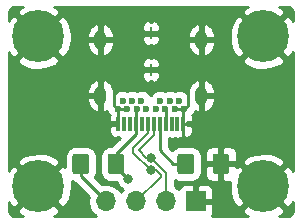
<source format=gtl>
%TF.GenerationSoftware,KiCad,Pcbnew,5.1.6*%
%TF.CreationDate,2020-09-10T19:59:46+02:00*%
%TF.ProjectId,usbc-breakout,75736263-2d62-4726-9561-6b6f75742e6b,rev?*%
%TF.SameCoordinates,Original*%
%TF.FileFunction,Copper,L1,Top*%
%TF.FilePolarity,Positive*%
%FSLAX46Y46*%
G04 Gerber Fmt 4.6, Leading zero omitted, Abs format (unit mm)*
G04 Created by KiCad (PCBNEW 5.1.6) date 2020-09-10 19:59:46*
%MOMM*%
%LPD*%
G01*
G04 APERTURE LIST*
%TA.AperFunction,SMDPad,CuDef*%
%ADD10R,0.300000X1.200000*%
%TD*%
%TA.AperFunction,ComponentPad*%
%ADD11O,1.000000X1.600000*%
%TD*%
%TA.AperFunction,SMDPad,CuDef*%
%ADD12R,0.200000X1.000000*%
%TD*%
%TA.AperFunction,ComponentPad*%
%ADD13C,0.600000*%
%TD*%
%TA.AperFunction,ComponentPad*%
%ADD14C,0.700000*%
%TD*%
%TA.AperFunction,ComponentPad*%
%ADD15C,4.400000*%
%TD*%
%TA.AperFunction,ComponentPad*%
%ADD16O,1.700000X1.700000*%
%TD*%
%TA.AperFunction,ComponentPad*%
%ADD17R,1.700000X1.700000*%
%TD*%
%TA.AperFunction,ViaPad*%
%ADD18C,0.800000*%
%TD*%
%TA.AperFunction,Conductor*%
%ADD19C,0.250000*%
%TD*%
%TA.AperFunction,Conductor*%
%ADD20C,0.200000*%
%TD*%
%TA.AperFunction,Conductor*%
%ADD21C,0.254000*%
%TD*%
G04 APERTURE END LIST*
D10*
%TO.P,J2,A12*%
%TO.N,GND*%
X60750000Y-74080000D03*
%TO.P,J2,A11*%
%TO.N,Net-(J2-PadA11)*%
X61250000Y-74080000D03*
%TO.P,J2,A10*%
%TO.N,Net-(J2-PadA10)*%
X61750000Y-74080000D03*
%TO.P,J2,A9*%
%TO.N,Net-(F1-Pad2)*%
X62250000Y-74080000D03*
%TO.P,J2,A8*%
%TO.N,Net-(J2-PadA8)*%
X62750000Y-74080000D03*
%TO.P,J2,A7*%
%TO.N,D-*%
X63250000Y-74080000D03*
%TO.P,J2,A6*%
%TO.N,D+*%
X63750000Y-74080000D03*
%TO.P,J2,A5*%
%TO.N,Net-(J2-PadA5)*%
X64250000Y-74080000D03*
%TO.P,J2,A4*%
%TO.N,Net-(F1-Pad2)*%
X64750000Y-74080000D03*
%TO.P,J2,A3*%
%TO.N,Net-(J2-PadA3)*%
X65250000Y-74080000D03*
%TO.P,J2,A2*%
%TO.N,Net-(J2-PadA2)*%
X65750000Y-74080000D03*
%TO.P,J2,A1*%
%TO.N,GND*%
X66250000Y-74080000D03*
D11*
%TO.P,J2,S1*%
X59230000Y-66950000D03*
X67770000Y-66950000D03*
X67770000Y-71680000D03*
X59230000Y-71680000D03*
D12*
X63500000Y-66400000D03*
X63500000Y-69500000D03*
D13*
%TO.P,J2,B6*%
%TO.N,D+*%
X63100000Y-72830000D03*
%TO.P,J2,B7*%
%TO.N,D-*%
X63900000Y-72830000D03*
%TO.P,J2,B4*%
%TO.N,Net-(F1-Pad2)*%
X62300000Y-72830000D03*
%TO.P,J2,B9*%
X64700000Y-72830000D03*
%TO.P,J2,S1*%
%TO.N,GND*%
X61500000Y-72830000D03*
X65500000Y-72830000D03*
%TO.P,J2,B1*%
X60700000Y-72830000D03*
%TO.P,J2,B10*%
%TO.N,Net-(J2-PadB10)*%
X65100000Y-72120000D03*
%TO.P,J2,B3*%
%TO.N,Net-(J2-PadB3)*%
X61900000Y-72120000D03*
%TO.P,J2,B8*%
%TO.N,Net-(J2-PadB8)*%
X64300000Y-72120000D03*
%TO.P,J2,B5*%
%TO.N,Net-(J2-PadB5)*%
X62700000Y-72120000D03*
%TO.P,J2,B12*%
%TO.N,GND*%
X66300000Y-72830000D03*
%TO.P,J2,B2*%
%TO.N,Net-(J2-PadB2)*%
X61100000Y-72120000D03*
%TO.P,J2,B11*%
%TO.N,Net-(J2-PadB11)*%
X65900000Y-72120000D03*
%TD*%
D14*
%TO.P,REF\u002A\u002A,1*%
%TO.N,GND*%
X74191726Y-78208274D03*
X73025000Y-77725000D03*
X71858274Y-78208274D03*
X71375000Y-79375000D03*
X71858274Y-80541726D03*
X73025000Y-81025000D03*
X74191726Y-80541726D03*
X74675000Y-79375000D03*
D15*
X73025000Y-79375000D03*
%TD*%
D14*
%TO.P,REF\u002A\u002A,1*%
%TO.N,GND*%
X55141726Y-78208274D03*
X53975000Y-77725000D03*
X52808274Y-78208274D03*
X52325000Y-79375000D03*
X52808274Y-80541726D03*
X53975000Y-81025000D03*
X55141726Y-80541726D03*
X55625000Y-79375000D03*
D15*
X53975000Y-79375000D03*
%TD*%
D14*
%TO.P,REF\u002A\u002A,1*%
%TO.N,GND*%
X74191726Y-65508274D03*
X73025000Y-65025000D03*
X71858274Y-65508274D03*
X71375000Y-66675000D03*
X71858274Y-67841726D03*
X73025000Y-68325000D03*
X74191726Y-67841726D03*
X74675000Y-66675000D03*
D15*
X73025000Y-66675000D03*
%TD*%
%TO.P,REF\u002A\u002A,1*%
%TO.N,GND*%
X53975000Y-66675000D03*
D14*
X55625000Y-66675000D03*
X55141726Y-67841726D03*
X53975000Y-68325000D03*
X52808274Y-67841726D03*
X52325000Y-66675000D03*
X52808274Y-65508274D03*
X53975000Y-65025000D03*
X55141726Y-65508274D03*
%TD*%
%TO.P,R1,1*%
%TO.N,Net-(J2-PadA5)*%
%TA.AperFunction,SMDPad,CuDef*%
G36*
G01*
X65745000Y-78095000D02*
X65745000Y-76845000D01*
G75*
G02*
X65995000Y-76595000I250000J0D01*
G01*
X66920000Y-76595000D01*
G75*
G02*
X67170000Y-76845000I0J-250000D01*
G01*
X67170000Y-78095000D01*
G75*
G02*
X66920000Y-78345000I-250000J0D01*
G01*
X65995000Y-78345000D01*
G75*
G02*
X65745000Y-78095000I0J250000D01*
G01*
G37*
%TD.AperFunction*%
%TO.P,R1,2*%
%TO.N,GND*%
%TA.AperFunction,SMDPad,CuDef*%
G36*
G01*
X68720000Y-78095000D02*
X68720000Y-76845000D01*
G75*
G02*
X68970000Y-76595000I250000J0D01*
G01*
X69895000Y-76595000D01*
G75*
G02*
X70145000Y-76845000I0J-250000D01*
G01*
X70145000Y-78095000D01*
G75*
G02*
X69895000Y-78345000I-250000J0D01*
G01*
X68970000Y-78345000D01*
G75*
G02*
X68720000Y-78095000I0J250000D01*
G01*
G37*
%TD.AperFunction*%
%TD*%
D16*
%TO.P,J1,4*%
%TO.N,+5V*%
X59690000Y-80645000D03*
%TO.P,J1,3*%
%TO.N,D-*%
X62230000Y-80645000D03*
%TO.P,J1,2*%
%TO.N,D+*%
X64770000Y-80645000D03*
D17*
%TO.P,J1,1*%
%TO.N,GND*%
X67310000Y-80645000D03*
%TD*%
%TO.P,F1,1*%
%TO.N,+5V*%
%TA.AperFunction,SMDPad,CuDef*%
G36*
G01*
X56855000Y-78095000D02*
X56855000Y-76845000D01*
G75*
G02*
X57105000Y-76595000I250000J0D01*
G01*
X58030000Y-76595000D01*
G75*
G02*
X58280000Y-76845000I0J-250000D01*
G01*
X58280000Y-78095000D01*
G75*
G02*
X58030000Y-78345000I-250000J0D01*
G01*
X57105000Y-78345000D01*
G75*
G02*
X56855000Y-78095000I0J250000D01*
G01*
G37*
%TD.AperFunction*%
%TO.P,F1,2*%
%TO.N,Net-(F1-Pad2)*%
%TA.AperFunction,SMDPad,CuDef*%
G36*
G01*
X59830000Y-78095000D02*
X59830000Y-76845000D01*
G75*
G02*
X60080000Y-76595000I250000J0D01*
G01*
X61005000Y-76595000D01*
G75*
G02*
X61255000Y-76845000I0J-250000D01*
G01*
X61255000Y-78095000D01*
G75*
G02*
X61005000Y-78345000I-250000J0D01*
G01*
X60080000Y-78345000D01*
G75*
G02*
X59830000Y-78095000I0J250000D01*
G01*
G37*
%TD.AperFunction*%
%TD*%
D18*
%TO.N,Net-(F1-Pad2)*%
X61595000Y-78740000D03*
%TO.N,D-*%
X63500000Y-77995000D03*
%TO.N,D+*%
X63500000Y-76945000D03*
%TD*%
D19*
%TO.N,Net-(F1-Pad2)*%
X60542500Y-76637500D02*
X60542500Y-77470000D01*
X62250000Y-74930000D02*
X60542500Y-76637500D01*
X62250000Y-74080000D02*
X62250000Y-74930000D01*
X62250000Y-72880000D02*
X62250000Y-74080000D01*
X62300000Y-72830000D02*
X62250000Y-72880000D01*
X64750000Y-72880000D02*
X64750000Y-74080000D01*
X64700000Y-72830000D02*
X64750000Y-72880000D01*
X60542500Y-77687500D02*
X61595000Y-78740000D01*
X60542500Y-77470000D02*
X60542500Y-77687500D01*
%TO.N,+5V*%
X57567500Y-78522500D02*
X59690000Y-80645000D01*
X57567500Y-77470000D02*
X57567500Y-78522500D01*
D20*
%TO.N,D-*%
X62005000Y-76500000D02*
X62005000Y-76106800D01*
X63500000Y-77995000D02*
X62005000Y-76500000D01*
X63250000Y-74530000D02*
X63250000Y-74080000D01*
X63275000Y-74555000D02*
X63250000Y-74530000D01*
X62005000Y-76106800D02*
X63275000Y-74836800D01*
X63275000Y-74836800D02*
X63275000Y-74555000D01*
X64320000Y-78555000D02*
X62230000Y-80645000D01*
X63913603Y-77995000D02*
X64320000Y-78401397D01*
X63500000Y-77995000D02*
X63913603Y-77995000D01*
X64320000Y-78401397D02*
X64320000Y-78555000D01*
%TO.N,D+*%
X63086397Y-76945000D02*
X62455000Y-76313603D01*
X63500000Y-76945000D02*
X63086397Y-76945000D01*
X62455000Y-76313603D02*
X62455000Y-76293200D01*
X63750000Y-74530000D02*
X63750000Y-74080000D01*
X63725000Y-74555000D02*
X63750000Y-74530000D01*
X63725000Y-75023200D02*
X63725000Y-74555000D01*
X62455000Y-76293200D02*
X63725000Y-75023200D01*
X64770000Y-78215000D02*
X64770000Y-78555000D01*
X63500000Y-76945000D02*
X64770000Y-78215000D01*
X64770000Y-78555000D02*
X64770000Y-80645000D01*
D19*
%TO.N,GND*%
X69432500Y-77470000D02*
X69432500Y-74512500D01*
X69000000Y-74080000D02*
X66250000Y-74080000D01*
X69432500Y-74512500D02*
X69000000Y-74080000D01*
X66250000Y-72880000D02*
X66300000Y-72830000D01*
X66250000Y-74080000D02*
X66250000Y-72880000D01*
X60750000Y-72880000D02*
X60700000Y-72830000D01*
X60750000Y-74080000D02*
X60750000Y-72880000D01*
X60700000Y-72830000D02*
X61500000Y-72830000D01*
X65500000Y-72830000D02*
X66300000Y-72830000D01*
X66599999Y-71044999D02*
X66599999Y-72530001D01*
X66040000Y-70485000D02*
X66599999Y-71044999D01*
X64135000Y-71120000D02*
X64770000Y-70485000D01*
X62865000Y-71120000D02*
X64135000Y-71120000D01*
X62230000Y-70485000D02*
X62865000Y-71120000D01*
X60960000Y-70485000D02*
X62230000Y-70485000D01*
X66599999Y-72530001D02*
X66300000Y-72830000D01*
X64770000Y-70485000D02*
X66040000Y-70485000D01*
X60400001Y-71044999D02*
X60960000Y-70485000D01*
X60400001Y-72530001D02*
X60400001Y-71044999D01*
X60700000Y-72830000D02*
X60400001Y-72530001D01*
X66250000Y-74080000D02*
X66250000Y-75140000D01*
X66250000Y-75140000D02*
X66675000Y-75565000D01*
X66675000Y-75565000D02*
X67310000Y-75565000D01*
X67310000Y-75565000D02*
X67945000Y-76200000D01*
X67945000Y-76200000D02*
X67945000Y-78740000D01*
X67310000Y-79375000D02*
X67310000Y-80645000D01*
X67945000Y-78740000D02*
X67310000Y-79375000D01*
%TO.N,Net-(J2-PadA5)*%
X64250000Y-74080000D02*
X64250000Y-76315000D01*
X65405000Y-77470000D02*
X66457500Y-77470000D01*
X64250000Y-76315000D02*
X65405000Y-77470000D01*
%TD*%
D21*
%TO.N,GND*%
G36*
X52404976Y-64297982D02*
G01*
X52164830Y-64685225D01*
X53975000Y-66495395D01*
X55785170Y-64685225D01*
X55545024Y-64297982D01*
X55283537Y-64160000D01*
X71713121Y-64160000D01*
X71454976Y-64297982D01*
X71214830Y-64685225D01*
X73025000Y-66495395D01*
X74835170Y-64685225D01*
X74595024Y-64297982D01*
X74333537Y-64160000D01*
X74897721Y-64160000D01*
X75047869Y-64174722D01*
X75161246Y-64208953D01*
X75265819Y-64264555D01*
X75357596Y-64339407D01*
X75433091Y-64430664D01*
X75489419Y-64534844D01*
X75524440Y-64647976D01*
X75540000Y-64796022D01*
X75540000Y-65363121D01*
X75402018Y-65104976D01*
X75014775Y-64864830D01*
X73204605Y-66675000D01*
X75014775Y-68485170D01*
X75402018Y-68245024D01*
X75540000Y-67983537D01*
X75540001Y-78063123D01*
X75402018Y-77804976D01*
X75014775Y-77564830D01*
X73204605Y-79375000D01*
X75014775Y-81185170D01*
X75402018Y-80945024D01*
X75540001Y-80683535D01*
X75540001Y-81247711D01*
X75525278Y-81397869D01*
X75491047Y-81511246D01*
X75435446Y-81615817D01*
X75360594Y-81707595D01*
X75269335Y-81783091D01*
X75165160Y-81839419D01*
X75052024Y-81874440D01*
X74903979Y-81890000D01*
X74336879Y-81890000D01*
X74595024Y-81752018D01*
X74835170Y-81364775D01*
X73025000Y-79554605D01*
X71214830Y-81364775D01*
X71454976Y-81752018D01*
X71716463Y-81890000D01*
X68657295Y-81890000D01*
X68690537Y-81849494D01*
X68749502Y-81739180D01*
X68785812Y-81619482D01*
X68798072Y-81495000D01*
X68795000Y-80930750D01*
X68636250Y-80772000D01*
X67437000Y-80772000D01*
X67437000Y-80792000D01*
X67183000Y-80792000D01*
X67183000Y-80772000D01*
X67163000Y-80772000D01*
X67163000Y-80518000D01*
X67183000Y-80518000D01*
X67183000Y-79318750D01*
X67437000Y-79318750D01*
X67437000Y-80518000D01*
X68636250Y-80518000D01*
X68795000Y-80359250D01*
X68798072Y-79795000D01*
X68785812Y-79670518D01*
X68749502Y-79550820D01*
X68690537Y-79440506D01*
X68611185Y-79343815D01*
X68514494Y-79264463D01*
X68404180Y-79205498D01*
X68284482Y-79169188D01*
X68160000Y-79156928D01*
X67595750Y-79160000D01*
X67437000Y-79318750D01*
X67183000Y-79318750D01*
X67024250Y-79160000D01*
X66460000Y-79156928D01*
X66335518Y-79169188D01*
X66215820Y-79205498D01*
X66105506Y-79264463D01*
X66008815Y-79343815D01*
X65929463Y-79440506D01*
X65870498Y-79550820D01*
X65848487Y-79623380D01*
X65716632Y-79491525D01*
X65505000Y-79350117D01*
X65505000Y-78835215D01*
X65655150Y-78915472D01*
X65821746Y-78966008D01*
X65995000Y-78983072D01*
X66920000Y-78983072D01*
X67093254Y-78966008D01*
X67259850Y-78915472D01*
X67413386Y-78833405D01*
X67547962Y-78722962D01*
X67658405Y-78588386D01*
X67740472Y-78434850D01*
X67767727Y-78345000D01*
X68081928Y-78345000D01*
X68094188Y-78469482D01*
X68130498Y-78589180D01*
X68189463Y-78699494D01*
X68268815Y-78796185D01*
X68365506Y-78875537D01*
X68475820Y-78934502D01*
X68595518Y-78970812D01*
X68720000Y-78983072D01*
X69146750Y-78980000D01*
X69305500Y-78821250D01*
X69305500Y-77597000D01*
X69559500Y-77597000D01*
X69559500Y-78821250D01*
X69718250Y-78980000D01*
X70145000Y-78983072D01*
X70214871Y-78976191D01*
X70176322Y-79390174D01*
X70234019Y-79945632D01*
X70398972Y-80479161D01*
X70647982Y-80945024D01*
X71035225Y-81185170D01*
X72845395Y-79375000D01*
X71035225Y-77564830D01*
X70759851Y-77735601D01*
X70621250Y-77597000D01*
X69559500Y-77597000D01*
X69305500Y-77597000D01*
X68243750Y-77597000D01*
X68085000Y-77755750D01*
X68081928Y-78345000D01*
X67767727Y-78345000D01*
X67791008Y-78268254D01*
X67808072Y-78095000D01*
X67808072Y-77385225D01*
X71214830Y-77385225D01*
X73025000Y-79195395D01*
X74835170Y-77385225D01*
X74595024Y-76997982D01*
X74101123Y-76737359D01*
X73565867Y-76578099D01*
X73009826Y-76526322D01*
X72454368Y-76584019D01*
X71920839Y-76748972D01*
X71454976Y-76997982D01*
X71214830Y-77385225D01*
X67808072Y-77385225D01*
X67808072Y-76845000D01*
X67791008Y-76671746D01*
X67767728Y-76595000D01*
X68081928Y-76595000D01*
X68085000Y-77184250D01*
X68243750Y-77343000D01*
X69305500Y-77343000D01*
X69305500Y-76118750D01*
X69559500Y-76118750D01*
X69559500Y-77343000D01*
X70621250Y-77343000D01*
X70780000Y-77184250D01*
X70783072Y-76595000D01*
X70770812Y-76470518D01*
X70734502Y-76350820D01*
X70675537Y-76240506D01*
X70596185Y-76143815D01*
X70499494Y-76064463D01*
X70389180Y-76005498D01*
X70269482Y-75969188D01*
X70145000Y-75956928D01*
X69718250Y-75960000D01*
X69559500Y-76118750D01*
X69305500Y-76118750D01*
X69146750Y-75960000D01*
X68720000Y-75956928D01*
X68595518Y-75969188D01*
X68475820Y-76005498D01*
X68365506Y-76064463D01*
X68268815Y-76143815D01*
X68189463Y-76240506D01*
X68130498Y-76350820D01*
X68094188Y-76470518D01*
X68081928Y-76595000D01*
X67767728Y-76595000D01*
X67740472Y-76505150D01*
X67658405Y-76351614D01*
X67547962Y-76217038D01*
X67413386Y-76106595D01*
X67259850Y-76024528D01*
X67093254Y-75973992D01*
X66920000Y-75956928D01*
X65995000Y-75956928D01*
X65821746Y-75973992D01*
X65655150Y-76024528D01*
X65501614Y-76106595D01*
X65367038Y-76217038D01*
X65303843Y-76294042D01*
X65010000Y-76000199D01*
X65010000Y-75309208D01*
X65100000Y-75318072D01*
X65400000Y-75318072D01*
X65500000Y-75308223D01*
X65600000Y-75318072D01*
X65900000Y-75318072D01*
X66003644Y-75307864D01*
X66068250Y-75315000D01*
X66100497Y-75282753D01*
X66144180Y-75269502D01*
X66254494Y-75210537D01*
X66294475Y-75177725D01*
X66431750Y-75315000D01*
X66535289Y-75303564D01*
X66654341Y-75265189D01*
X66763619Y-75204325D01*
X66858923Y-75123312D01*
X66936591Y-75025263D01*
X66993638Y-74913945D01*
X67027871Y-74793637D01*
X67037977Y-74668961D01*
X67035000Y-74365750D01*
X66876250Y-74207000D01*
X66538072Y-74207000D01*
X66538072Y-73953000D01*
X66876250Y-73953000D01*
X67035000Y-73794250D01*
X67037977Y-73491039D01*
X67032639Y-73425181D01*
X67053714Y-73404106D01*
X67028921Y-73379313D01*
X67027871Y-73366363D01*
X67003632Y-73281178D01*
X67127763Y-73274425D01*
X67198562Y-73104397D01*
X67223487Y-72980294D01*
X67245024Y-72994276D01*
X67468126Y-73074119D01*
X67643000Y-72947954D01*
X67643000Y-71807000D01*
X67897000Y-71807000D01*
X67897000Y-72947954D01*
X68071874Y-73074119D01*
X68294976Y-72994276D01*
X68482764Y-72872369D01*
X68643161Y-72716169D01*
X68770003Y-72531678D01*
X68858415Y-72325987D01*
X68905000Y-72107000D01*
X68905000Y-71807000D01*
X67897000Y-71807000D01*
X67643000Y-71807000D01*
X67623000Y-71807000D01*
X67623000Y-71553000D01*
X67643000Y-71553000D01*
X67643000Y-70412046D01*
X67897000Y-70412046D01*
X67897000Y-71553000D01*
X68905000Y-71553000D01*
X68905000Y-71253000D01*
X68858415Y-71034013D01*
X68770003Y-70828322D01*
X68643161Y-70643831D01*
X68482764Y-70487631D01*
X68294976Y-70365724D01*
X68071874Y-70285881D01*
X67897000Y-70412046D01*
X67643000Y-70412046D01*
X67468126Y-70285881D01*
X67245024Y-70365724D01*
X67057236Y-70487631D01*
X66896839Y-70643831D01*
X66769997Y-70828322D01*
X66681585Y-71034013D01*
X66635000Y-71253000D01*
X66635000Y-71537049D01*
X66626262Y-71523972D01*
X66496028Y-71393738D01*
X66342889Y-71291414D01*
X66172729Y-71220932D01*
X65992089Y-71185000D01*
X65807911Y-71185000D01*
X65627271Y-71220932D01*
X65500000Y-71273649D01*
X65372729Y-71220932D01*
X65192089Y-71185000D01*
X65007911Y-71185000D01*
X64827271Y-71220932D01*
X64700000Y-71273649D01*
X64572729Y-71220932D01*
X64392089Y-71185000D01*
X64207911Y-71185000D01*
X64027271Y-71220932D01*
X63857111Y-71291414D01*
X63703972Y-71393738D01*
X63573738Y-71523972D01*
X63500000Y-71634329D01*
X63426262Y-71523972D01*
X63296028Y-71393738D01*
X63142889Y-71291414D01*
X62972729Y-71220932D01*
X62792089Y-71185000D01*
X62607911Y-71185000D01*
X62427271Y-71220932D01*
X62300000Y-71273649D01*
X62172729Y-71220932D01*
X61992089Y-71185000D01*
X61807911Y-71185000D01*
X61627271Y-71220932D01*
X61500000Y-71273649D01*
X61372729Y-71220932D01*
X61192089Y-71185000D01*
X61007911Y-71185000D01*
X60827271Y-71220932D01*
X60657111Y-71291414D01*
X60503972Y-71393738D01*
X60373738Y-71523972D01*
X60365000Y-71537049D01*
X60365000Y-71253000D01*
X60318415Y-71034013D01*
X60230003Y-70828322D01*
X60103161Y-70643831D01*
X59942764Y-70487631D01*
X59754976Y-70365724D01*
X59531874Y-70285881D01*
X59357000Y-70412046D01*
X59357000Y-71553000D01*
X59377000Y-71553000D01*
X59377000Y-71807000D01*
X59357000Y-71807000D01*
X59357000Y-72947954D01*
X59531874Y-73074119D01*
X59754976Y-72994276D01*
X59776622Y-72980224D01*
X59800426Y-73101061D01*
X59870592Y-73271351D01*
X59872237Y-73274425D01*
X59996368Y-73281178D01*
X59972129Y-73366363D01*
X59971079Y-73379313D01*
X59946286Y-73404106D01*
X59967361Y-73425181D01*
X59962023Y-73491039D01*
X59965000Y-73794250D01*
X60123750Y-73953000D01*
X60461928Y-73953000D01*
X60461928Y-74207000D01*
X60123750Y-74207000D01*
X59965000Y-74365750D01*
X59962023Y-74668961D01*
X59972129Y-74793637D01*
X60006362Y-74913945D01*
X60063409Y-75025263D01*
X60141077Y-75123312D01*
X60236381Y-75204325D01*
X60345659Y-75265189D01*
X60464711Y-75303564D01*
X60568250Y-75315000D01*
X60705525Y-75177725D01*
X60745506Y-75210537D01*
X60842706Y-75262492D01*
X60148271Y-75956928D01*
X60080000Y-75956928D01*
X59906746Y-75973992D01*
X59740150Y-76024528D01*
X59586614Y-76106595D01*
X59452038Y-76217038D01*
X59341595Y-76351614D01*
X59259528Y-76505150D01*
X59208992Y-76671746D01*
X59191928Y-76845000D01*
X59191928Y-78095000D01*
X59208992Y-78268254D01*
X59259528Y-78434850D01*
X59341595Y-78588386D01*
X59452038Y-78722962D01*
X59586614Y-78833405D01*
X59740150Y-78915472D01*
X59906746Y-78966008D01*
X60080000Y-78983072D01*
X60588073Y-78983072D01*
X60599774Y-79041898D01*
X60677795Y-79230256D01*
X60791063Y-79399774D01*
X60935226Y-79543937D01*
X61104744Y-79657205D01*
X61113897Y-79660996D01*
X61076525Y-79698368D01*
X60960000Y-79872760D01*
X60843475Y-79698368D01*
X60636632Y-79491525D01*
X60393411Y-79329010D01*
X60123158Y-79217068D01*
X59836260Y-79160000D01*
X59543740Y-79160000D01*
X59323592Y-79203790D01*
X58741262Y-78621460D01*
X58768405Y-78588386D01*
X58850472Y-78434850D01*
X58901008Y-78268254D01*
X58918072Y-78095000D01*
X58918072Y-76845000D01*
X58901008Y-76671746D01*
X58850472Y-76505150D01*
X58768405Y-76351614D01*
X58657962Y-76217038D01*
X58523386Y-76106595D01*
X58369850Y-76024528D01*
X58203254Y-75973992D01*
X58030000Y-75956928D01*
X57105000Y-75956928D01*
X56931746Y-75973992D01*
X56765150Y-76024528D01*
X56611614Y-76106595D01*
X56477038Y-76217038D01*
X56366595Y-76351614D01*
X56284528Y-76505150D01*
X56233992Y-76671746D01*
X56216928Y-76845000D01*
X56216928Y-77721201D01*
X55964775Y-77564830D01*
X54154605Y-79375000D01*
X55964775Y-81185170D01*
X56352018Y-80945024D01*
X56612641Y-80451123D01*
X56771901Y-79915867D01*
X56823678Y-79359826D01*
X56777924Y-78919347D01*
X56931746Y-78966008D01*
X56949766Y-78967783D01*
X56959793Y-78980000D01*
X57027500Y-79062501D01*
X57056498Y-79086299D01*
X58248790Y-80278592D01*
X58205000Y-80498740D01*
X58205000Y-80791260D01*
X58262068Y-81078158D01*
X58374010Y-81348411D01*
X58536525Y-81591632D01*
X58743368Y-81798475D01*
X58880345Y-81890000D01*
X55286879Y-81890000D01*
X55545024Y-81752018D01*
X55785170Y-81364775D01*
X53975000Y-79554605D01*
X52164830Y-81364775D01*
X52404976Y-81752018D01*
X52666463Y-81890000D01*
X52102279Y-81890000D01*
X51952131Y-81875278D01*
X51838754Y-81841047D01*
X51734183Y-81785446D01*
X51642405Y-81710594D01*
X51566909Y-81619335D01*
X51510581Y-81515160D01*
X51475560Y-81402024D01*
X51460000Y-81253979D01*
X51460000Y-80686879D01*
X51597982Y-80945024D01*
X51985225Y-81185170D01*
X53795395Y-79375000D01*
X51985225Y-77564830D01*
X51597982Y-77804976D01*
X51460000Y-78066463D01*
X51460000Y-77385225D01*
X52164830Y-77385225D01*
X53975000Y-79195395D01*
X55785170Y-77385225D01*
X55545024Y-76997982D01*
X55051123Y-76737359D01*
X54515867Y-76578099D01*
X53959826Y-76526322D01*
X53404368Y-76584019D01*
X52870839Y-76748972D01*
X52404976Y-76997982D01*
X52164830Y-77385225D01*
X51460000Y-77385225D01*
X51460000Y-71807000D01*
X58095000Y-71807000D01*
X58095000Y-72107000D01*
X58141585Y-72325987D01*
X58229997Y-72531678D01*
X58356839Y-72716169D01*
X58517236Y-72872369D01*
X58705024Y-72994276D01*
X58928126Y-73074119D01*
X59103000Y-72947954D01*
X59103000Y-71807000D01*
X58095000Y-71807000D01*
X51460000Y-71807000D01*
X51460000Y-71253000D01*
X58095000Y-71253000D01*
X58095000Y-71553000D01*
X59103000Y-71553000D01*
X59103000Y-70412046D01*
X58928126Y-70285881D01*
X58705024Y-70365724D01*
X58517236Y-70487631D01*
X58356839Y-70643831D01*
X58229997Y-70828322D01*
X58141585Y-71034013D01*
X58095000Y-71253000D01*
X51460000Y-71253000D01*
X51460000Y-69977087D01*
X62762340Y-69977087D01*
X62770122Y-70101929D01*
X62802110Y-70222853D01*
X62857075Y-70335214D01*
X62932904Y-70434692D01*
X63026683Y-70517466D01*
X63134809Y-70580353D01*
X63253126Y-70620938D01*
X63341250Y-70635000D01*
X63500000Y-70476250D01*
X63658750Y-70635000D01*
X63746874Y-70620938D01*
X63865191Y-70580353D01*
X63973317Y-70517466D01*
X64067096Y-70434692D01*
X64142925Y-70335214D01*
X64197890Y-70222853D01*
X64229878Y-70101929D01*
X64237660Y-69977087D01*
X64235000Y-69785750D01*
X64076250Y-69627000D01*
X62923750Y-69627000D01*
X62765000Y-69785750D01*
X62762340Y-69977087D01*
X51460000Y-69977087D01*
X51460000Y-68664775D01*
X52164830Y-68664775D01*
X52404976Y-69052018D01*
X52898877Y-69312641D01*
X53434133Y-69471901D01*
X53990174Y-69523678D01*
X54545632Y-69465981D01*
X55079161Y-69301028D01*
X55545024Y-69052018D01*
X55563073Y-69022913D01*
X62762340Y-69022913D01*
X62765000Y-69214250D01*
X62923750Y-69373000D01*
X64076250Y-69373000D01*
X64235000Y-69214250D01*
X64237660Y-69022913D01*
X64229878Y-68898071D01*
X64197890Y-68777147D01*
X64142925Y-68664786D01*
X64142917Y-68664775D01*
X71214830Y-68664775D01*
X71454976Y-69052018D01*
X71948877Y-69312641D01*
X72484133Y-69471901D01*
X73040174Y-69523678D01*
X73595632Y-69465981D01*
X74129161Y-69301028D01*
X74595024Y-69052018D01*
X74835170Y-68664775D01*
X73025000Y-66854605D01*
X71214830Y-68664775D01*
X64142917Y-68664775D01*
X64067096Y-68565308D01*
X63973317Y-68482534D01*
X63865191Y-68419647D01*
X63746874Y-68379062D01*
X63658750Y-68365000D01*
X63500000Y-68523750D01*
X63341250Y-68365000D01*
X63253126Y-68379062D01*
X63134809Y-68419647D01*
X63026683Y-68482534D01*
X62932904Y-68565308D01*
X62857075Y-68664786D01*
X62802110Y-68777147D01*
X62770122Y-68898071D01*
X62762340Y-69022913D01*
X55563073Y-69022913D01*
X55785170Y-68664775D01*
X53975000Y-66854605D01*
X52164830Y-68664775D01*
X51460000Y-68664775D01*
X51460000Y-67986879D01*
X51597982Y-68245024D01*
X51985225Y-68485170D01*
X53795395Y-66675000D01*
X54154605Y-66675000D01*
X55964775Y-68485170D01*
X56352018Y-68245024D01*
X56612641Y-67751123D01*
X56771901Y-67215867D01*
X56784831Y-67077000D01*
X58095000Y-67077000D01*
X58095000Y-67377000D01*
X58141585Y-67595987D01*
X58229997Y-67801678D01*
X58356839Y-67986169D01*
X58517236Y-68142369D01*
X58705024Y-68264276D01*
X58928126Y-68344119D01*
X59103000Y-68217954D01*
X59103000Y-67077000D01*
X59357000Y-67077000D01*
X59357000Y-68217954D01*
X59531874Y-68344119D01*
X59754976Y-68264276D01*
X59942764Y-68142369D01*
X60103161Y-67986169D01*
X60230003Y-67801678D01*
X60318415Y-67595987D01*
X60365000Y-67377000D01*
X60365000Y-67077000D01*
X59357000Y-67077000D01*
X59103000Y-67077000D01*
X58095000Y-67077000D01*
X56784831Y-67077000D01*
X56803446Y-66877087D01*
X62762340Y-66877087D01*
X62770122Y-67001929D01*
X62802110Y-67122853D01*
X62857075Y-67235214D01*
X62932904Y-67334692D01*
X63026683Y-67417466D01*
X63134809Y-67480353D01*
X63253126Y-67520938D01*
X63341250Y-67535000D01*
X63500000Y-67376250D01*
X63658750Y-67535000D01*
X63746874Y-67520938D01*
X63865191Y-67480353D01*
X63973317Y-67417466D01*
X64067096Y-67334692D01*
X64142925Y-67235214D01*
X64197890Y-67122853D01*
X64210019Y-67077000D01*
X66635000Y-67077000D01*
X66635000Y-67377000D01*
X66681585Y-67595987D01*
X66769997Y-67801678D01*
X66896839Y-67986169D01*
X67057236Y-68142369D01*
X67245024Y-68264276D01*
X67468126Y-68344119D01*
X67643000Y-68217954D01*
X67643000Y-67077000D01*
X67897000Y-67077000D01*
X67897000Y-68217954D01*
X68071874Y-68344119D01*
X68294976Y-68264276D01*
X68482764Y-68142369D01*
X68643161Y-67986169D01*
X68770003Y-67801678D01*
X68858415Y-67595987D01*
X68905000Y-67377000D01*
X68905000Y-67077000D01*
X67897000Y-67077000D01*
X67643000Y-67077000D01*
X66635000Y-67077000D01*
X64210019Y-67077000D01*
X64229878Y-67001929D01*
X64237660Y-66877087D01*
X64235000Y-66685750D01*
X64076250Y-66527000D01*
X62923750Y-66527000D01*
X62765000Y-66685750D01*
X62762340Y-66877087D01*
X56803446Y-66877087D01*
X56823678Y-66659826D01*
X56809466Y-66523000D01*
X58095000Y-66523000D01*
X58095000Y-66823000D01*
X59103000Y-66823000D01*
X59103000Y-65682046D01*
X59357000Y-65682046D01*
X59357000Y-66823000D01*
X60365000Y-66823000D01*
X60365000Y-66523000D01*
X66635000Y-66523000D01*
X66635000Y-66823000D01*
X67643000Y-66823000D01*
X67643000Y-65682046D01*
X67897000Y-65682046D01*
X67897000Y-66823000D01*
X68905000Y-66823000D01*
X68905000Y-66690174D01*
X70176322Y-66690174D01*
X70234019Y-67245632D01*
X70398972Y-67779161D01*
X70647982Y-68245024D01*
X71035225Y-68485170D01*
X72845395Y-66675000D01*
X71035225Y-64864830D01*
X70647982Y-65104976D01*
X70387359Y-65598877D01*
X70228099Y-66134133D01*
X70176322Y-66690174D01*
X68905000Y-66690174D01*
X68905000Y-66523000D01*
X68858415Y-66304013D01*
X68770003Y-66098322D01*
X68643161Y-65913831D01*
X68482764Y-65757631D01*
X68294976Y-65635724D01*
X68071874Y-65555881D01*
X67897000Y-65682046D01*
X67643000Y-65682046D01*
X67468126Y-65555881D01*
X67245024Y-65635724D01*
X67057236Y-65757631D01*
X66896839Y-65913831D01*
X66769997Y-66098322D01*
X66681585Y-66304013D01*
X66635000Y-66523000D01*
X60365000Y-66523000D01*
X60318415Y-66304013D01*
X60230003Y-66098322D01*
X60109406Y-65922913D01*
X62762340Y-65922913D01*
X62765000Y-66114250D01*
X62923750Y-66273000D01*
X64076250Y-66273000D01*
X64235000Y-66114250D01*
X64237660Y-65922913D01*
X64229878Y-65798071D01*
X64197890Y-65677147D01*
X64142925Y-65564786D01*
X64067096Y-65465308D01*
X63973317Y-65382534D01*
X63865191Y-65319647D01*
X63746874Y-65279062D01*
X63658750Y-65265000D01*
X63500000Y-65423750D01*
X63341250Y-65265000D01*
X63253126Y-65279062D01*
X63134809Y-65319647D01*
X63026683Y-65382534D01*
X62932904Y-65465308D01*
X62857075Y-65564786D01*
X62802110Y-65677147D01*
X62770122Y-65798071D01*
X62762340Y-65922913D01*
X60109406Y-65922913D01*
X60103161Y-65913831D01*
X59942764Y-65757631D01*
X59754976Y-65635724D01*
X59531874Y-65555881D01*
X59357000Y-65682046D01*
X59103000Y-65682046D01*
X58928126Y-65555881D01*
X58705024Y-65635724D01*
X58517236Y-65757631D01*
X58356839Y-65913831D01*
X58229997Y-66098322D01*
X58141585Y-66304013D01*
X58095000Y-66523000D01*
X56809466Y-66523000D01*
X56765981Y-66104368D01*
X56601028Y-65570839D01*
X56352018Y-65104976D01*
X55964775Y-64864830D01*
X54154605Y-66675000D01*
X53795395Y-66675000D01*
X51985225Y-64864830D01*
X51597982Y-65104976D01*
X51460000Y-65366463D01*
X51460000Y-64802279D01*
X51474722Y-64652131D01*
X51508953Y-64538754D01*
X51564555Y-64434181D01*
X51639407Y-64342404D01*
X51730664Y-64266909D01*
X51834844Y-64210581D01*
X51947976Y-64175560D01*
X52096022Y-64160000D01*
X52663121Y-64160000D01*
X52404976Y-64297982D01*
G37*
X52404976Y-64297982D02*
X52164830Y-64685225D01*
X53975000Y-66495395D01*
X55785170Y-64685225D01*
X55545024Y-64297982D01*
X55283537Y-64160000D01*
X71713121Y-64160000D01*
X71454976Y-64297982D01*
X71214830Y-64685225D01*
X73025000Y-66495395D01*
X74835170Y-64685225D01*
X74595024Y-64297982D01*
X74333537Y-64160000D01*
X74897721Y-64160000D01*
X75047869Y-64174722D01*
X75161246Y-64208953D01*
X75265819Y-64264555D01*
X75357596Y-64339407D01*
X75433091Y-64430664D01*
X75489419Y-64534844D01*
X75524440Y-64647976D01*
X75540000Y-64796022D01*
X75540000Y-65363121D01*
X75402018Y-65104976D01*
X75014775Y-64864830D01*
X73204605Y-66675000D01*
X75014775Y-68485170D01*
X75402018Y-68245024D01*
X75540000Y-67983537D01*
X75540001Y-78063123D01*
X75402018Y-77804976D01*
X75014775Y-77564830D01*
X73204605Y-79375000D01*
X75014775Y-81185170D01*
X75402018Y-80945024D01*
X75540001Y-80683535D01*
X75540001Y-81247711D01*
X75525278Y-81397869D01*
X75491047Y-81511246D01*
X75435446Y-81615817D01*
X75360594Y-81707595D01*
X75269335Y-81783091D01*
X75165160Y-81839419D01*
X75052024Y-81874440D01*
X74903979Y-81890000D01*
X74336879Y-81890000D01*
X74595024Y-81752018D01*
X74835170Y-81364775D01*
X73025000Y-79554605D01*
X71214830Y-81364775D01*
X71454976Y-81752018D01*
X71716463Y-81890000D01*
X68657295Y-81890000D01*
X68690537Y-81849494D01*
X68749502Y-81739180D01*
X68785812Y-81619482D01*
X68798072Y-81495000D01*
X68795000Y-80930750D01*
X68636250Y-80772000D01*
X67437000Y-80772000D01*
X67437000Y-80792000D01*
X67183000Y-80792000D01*
X67183000Y-80772000D01*
X67163000Y-80772000D01*
X67163000Y-80518000D01*
X67183000Y-80518000D01*
X67183000Y-79318750D01*
X67437000Y-79318750D01*
X67437000Y-80518000D01*
X68636250Y-80518000D01*
X68795000Y-80359250D01*
X68798072Y-79795000D01*
X68785812Y-79670518D01*
X68749502Y-79550820D01*
X68690537Y-79440506D01*
X68611185Y-79343815D01*
X68514494Y-79264463D01*
X68404180Y-79205498D01*
X68284482Y-79169188D01*
X68160000Y-79156928D01*
X67595750Y-79160000D01*
X67437000Y-79318750D01*
X67183000Y-79318750D01*
X67024250Y-79160000D01*
X66460000Y-79156928D01*
X66335518Y-79169188D01*
X66215820Y-79205498D01*
X66105506Y-79264463D01*
X66008815Y-79343815D01*
X65929463Y-79440506D01*
X65870498Y-79550820D01*
X65848487Y-79623380D01*
X65716632Y-79491525D01*
X65505000Y-79350117D01*
X65505000Y-78835215D01*
X65655150Y-78915472D01*
X65821746Y-78966008D01*
X65995000Y-78983072D01*
X66920000Y-78983072D01*
X67093254Y-78966008D01*
X67259850Y-78915472D01*
X67413386Y-78833405D01*
X67547962Y-78722962D01*
X67658405Y-78588386D01*
X67740472Y-78434850D01*
X67767727Y-78345000D01*
X68081928Y-78345000D01*
X68094188Y-78469482D01*
X68130498Y-78589180D01*
X68189463Y-78699494D01*
X68268815Y-78796185D01*
X68365506Y-78875537D01*
X68475820Y-78934502D01*
X68595518Y-78970812D01*
X68720000Y-78983072D01*
X69146750Y-78980000D01*
X69305500Y-78821250D01*
X69305500Y-77597000D01*
X69559500Y-77597000D01*
X69559500Y-78821250D01*
X69718250Y-78980000D01*
X70145000Y-78983072D01*
X70214871Y-78976191D01*
X70176322Y-79390174D01*
X70234019Y-79945632D01*
X70398972Y-80479161D01*
X70647982Y-80945024D01*
X71035225Y-81185170D01*
X72845395Y-79375000D01*
X71035225Y-77564830D01*
X70759851Y-77735601D01*
X70621250Y-77597000D01*
X69559500Y-77597000D01*
X69305500Y-77597000D01*
X68243750Y-77597000D01*
X68085000Y-77755750D01*
X68081928Y-78345000D01*
X67767727Y-78345000D01*
X67791008Y-78268254D01*
X67808072Y-78095000D01*
X67808072Y-77385225D01*
X71214830Y-77385225D01*
X73025000Y-79195395D01*
X74835170Y-77385225D01*
X74595024Y-76997982D01*
X74101123Y-76737359D01*
X73565867Y-76578099D01*
X73009826Y-76526322D01*
X72454368Y-76584019D01*
X71920839Y-76748972D01*
X71454976Y-76997982D01*
X71214830Y-77385225D01*
X67808072Y-77385225D01*
X67808072Y-76845000D01*
X67791008Y-76671746D01*
X67767728Y-76595000D01*
X68081928Y-76595000D01*
X68085000Y-77184250D01*
X68243750Y-77343000D01*
X69305500Y-77343000D01*
X69305500Y-76118750D01*
X69559500Y-76118750D01*
X69559500Y-77343000D01*
X70621250Y-77343000D01*
X70780000Y-77184250D01*
X70783072Y-76595000D01*
X70770812Y-76470518D01*
X70734502Y-76350820D01*
X70675537Y-76240506D01*
X70596185Y-76143815D01*
X70499494Y-76064463D01*
X70389180Y-76005498D01*
X70269482Y-75969188D01*
X70145000Y-75956928D01*
X69718250Y-75960000D01*
X69559500Y-76118750D01*
X69305500Y-76118750D01*
X69146750Y-75960000D01*
X68720000Y-75956928D01*
X68595518Y-75969188D01*
X68475820Y-76005498D01*
X68365506Y-76064463D01*
X68268815Y-76143815D01*
X68189463Y-76240506D01*
X68130498Y-76350820D01*
X68094188Y-76470518D01*
X68081928Y-76595000D01*
X67767728Y-76595000D01*
X67740472Y-76505150D01*
X67658405Y-76351614D01*
X67547962Y-76217038D01*
X67413386Y-76106595D01*
X67259850Y-76024528D01*
X67093254Y-75973992D01*
X66920000Y-75956928D01*
X65995000Y-75956928D01*
X65821746Y-75973992D01*
X65655150Y-76024528D01*
X65501614Y-76106595D01*
X65367038Y-76217038D01*
X65303843Y-76294042D01*
X65010000Y-76000199D01*
X65010000Y-75309208D01*
X65100000Y-75318072D01*
X65400000Y-75318072D01*
X65500000Y-75308223D01*
X65600000Y-75318072D01*
X65900000Y-75318072D01*
X66003644Y-75307864D01*
X66068250Y-75315000D01*
X66100497Y-75282753D01*
X66144180Y-75269502D01*
X66254494Y-75210537D01*
X66294475Y-75177725D01*
X66431750Y-75315000D01*
X66535289Y-75303564D01*
X66654341Y-75265189D01*
X66763619Y-75204325D01*
X66858923Y-75123312D01*
X66936591Y-75025263D01*
X66993638Y-74913945D01*
X67027871Y-74793637D01*
X67037977Y-74668961D01*
X67035000Y-74365750D01*
X66876250Y-74207000D01*
X66538072Y-74207000D01*
X66538072Y-73953000D01*
X66876250Y-73953000D01*
X67035000Y-73794250D01*
X67037977Y-73491039D01*
X67032639Y-73425181D01*
X67053714Y-73404106D01*
X67028921Y-73379313D01*
X67027871Y-73366363D01*
X67003632Y-73281178D01*
X67127763Y-73274425D01*
X67198562Y-73104397D01*
X67223487Y-72980294D01*
X67245024Y-72994276D01*
X67468126Y-73074119D01*
X67643000Y-72947954D01*
X67643000Y-71807000D01*
X67897000Y-71807000D01*
X67897000Y-72947954D01*
X68071874Y-73074119D01*
X68294976Y-72994276D01*
X68482764Y-72872369D01*
X68643161Y-72716169D01*
X68770003Y-72531678D01*
X68858415Y-72325987D01*
X68905000Y-72107000D01*
X68905000Y-71807000D01*
X67897000Y-71807000D01*
X67643000Y-71807000D01*
X67623000Y-71807000D01*
X67623000Y-71553000D01*
X67643000Y-71553000D01*
X67643000Y-70412046D01*
X67897000Y-70412046D01*
X67897000Y-71553000D01*
X68905000Y-71553000D01*
X68905000Y-71253000D01*
X68858415Y-71034013D01*
X68770003Y-70828322D01*
X68643161Y-70643831D01*
X68482764Y-70487631D01*
X68294976Y-70365724D01*
X68071874Y-70285881D01*
X67897000Y-70412046D01*
X67643000Y-70412046D01*
X67468126Y-70285881D01*
X67245024Y-70365724D01*
X67057236Y-70487631D01*
X66896839Y-70643831D01*
X66769997Y-70828322D01*
X66681585Y-71034013D01*
X66635000Y-71253000D01*
X66635000Y-71537049D01*
X66626262Y-71523972D01*
X66496028Y-71393738D01*
X66342889Y-71291414D01*
X66172729Y-71220932D01*
X65992089Y-71185000D01*
X65807911Y-71185000D01*
X65627271Y-71220932D01*
X65500000Y-71273649D01*
X65372729Y-71220932D01*
X65192089Y-71185000D01*
X65007911Y-71185000D01*
X64827271Y-71220932D01*
X64700000Y-71273649D01*
X64572729Y-71220932D01*
X64392089Y-71185000D01*
X64207911Y-71185000D01*
X64027271Y-71220932D01*
X63857111Y-71291414D01*
X63703972Y-71393738D01*
X63573738Y-71523972D01*
X63500000Y-71634329D01*
X63426262Y-71523972D01*
X63296028Y-71393738D01*
X63142889Y-71291414D01*
X62972729Y-71220932D01*
X62792089Y-71185000D01*
X62607911Y-71185000D01*
X62427271Y-71220932D01*
X62300000Y-71273649D01*
X62172729Y-71220932D01*
X61992089Y-71185000D01*
X61807911Y-71185000D01*
X61627271Y-71220932D01*
X61500000Y-71273649D01*
X61372729Y-71220932D01*
X61192089Y-71185000D01*
X61007911Y-71185000D01*
X60827271Y-71220932D01*
X60657111Y-71291414D01*
X60503972Y-71393738D01*
X60373738Y-71523972D01*
X60365000Y-71537049D01*
X60365000Y-71253000D01*
X60318415Y-71034013D01*
X60230003Y-70828322D01*
X60103161Y-70643831D01*
X59942764Y-70487631D01*
X59754976Y-70365724D01*
X59531874Y-70285881D01*
X59357000Y-70412046D01*
X59357000Y-71553000D01*
X59377000Y-71553000D01*
X59377000Y-71807000D01*
X59357000Y-71807000D01*
X59357000Y-72947954D01*
X59531874Y-73074119D01*
X59754976Y-72994276D01*
X59776622Y-72980224D01*
X59800426Y-73101061D01*
X59870592Y-73271351D01*
X59872237Y-73274425D01*
X59996368Y-73281178D01*
X59972129Y-73366363D01*
X59971079Y-73379313D01*
X59946286Y-73404106D01*
X59967361Y-73425181D01*
X59962023Y-73491039D01*
X59965000Y-73794250D01*
X60123750Y-73953000D01*
X60461928Y-73953000D01*
X60461928Y-74207000D01*
X60123750Y-74207000D01*
X59965000Y-74365750D01*
X59962023Y-74668961D01*
X59972129Y-74793637D01*
X60006362Y-74913945D01*
X60063409Y-75025263D01*
X60141077Y-75123312D01*
X60236381Y-75204325D01*
X60345659Y-75265189D01*
X60464711Y-75303564D01*
X60568250Y-75315000D01*
X60705525Y-75177725D01*
X60745506Y-75210537D01*
X60842706Y-75262492D01*
X60148271Y-75956928D01*
X60080000Y-75956928D01*
X59906746Y-75973992D01*
X59740150Y-76024528D01*
X59586614Y-76106595D01*
X59452038Y-76217038D01*
X59341595Y-76351614D01*
X59259528Y-76505150D01*
X59208992Y-76671746D01*
X59191928Y-76845000D01*
X59191928Y-78095000D01*
X59208992Y-78268254D01*
X59259528Y-78434850D01*
X59341595Y-78588386D01*
X59452038Y-78722962D01*
X59586614Y-78833405D01*
X59740150Y-78915472D01*
X59906746Y-78966008D01*
X60080000Y-78983072D01*
X60588073Y-78983072D01*
X60599774Y-79041898D01*
X60677795Y-79230256D01*
X60791063Y-79399774D01*
X60935226Y-79543937D01*
X61104744Y-79657205D01*
X61113897Y-79660996D01*
X61076525Y-79698368D01*
X60960000Y-79872760D01*
X60843475Y-79698368D01*
X60636632Y-79491525D01*
X60393411Y-79329010D01*
X60123158Y-79217068D01*
X59836260Y-79160000D01*
X59543740Y-79160000D01*
X59323592Y-79203790D01*
X58741262Y-78621460D01*
X58768405Y-78588386D01*
X58850472Y-78434850D01*
X58901008Y-78268254D01*
X58918072Y-78095000D01*
X58918072Y-76845000D01*
X58901008Y-76671746D01*
X58850472Y-76505150D01*
X58768405Y-76351614D01*
X58657962Y-76217038D01*
X58523386Y-76106595D01*
X58369850Y-76024528D01*
X58203254Y-75973992D01*
X58030000Y-75956928D01*
X57105000Y-75956928D01*
X56931746Y-75973992D01*
X56765150Y-76024528D01*
X56611614Y-76106595D01*
X56477038Y-76217038D01*
X56366595Y-76351614D01*
X56284528Y-76505150D01*
X56233992Y-76671746D01*
X56216928Y-76845000D01*
X56216928Y-77721201D01*
X55964775Y-77564830D01*
X54154605Y-79375000D01*
X55964775Y-81185170D01*
X56352018Y-80945024D01*
X56612641Y-80451123D01*
X56771901Y-79915867D01*
X56823678Y-79359826D01*
X56777924Y-78919347D01*
X56931746Y-78966008D01*
X56949766Y-78967783D01*
X56959793Y-78980000D01*
X57027500Y-79062501D01*
X57056498Y-79086299D01*
X58248790Y-80278592D01*
X58205000Y-80498740D01*
X58205000Y-80791260D01*
X58262068Y-81078158D01*
X58374010Y-81348411D01*
X58536525Y-81591632D01*
X58743368Y-81798475D01*
X58880345Y-81890000D01*
X55286879Y-81890000D01*
X55545024Y-81752018D01*
X55785170Y-81364775D01*
X53975000Y-79554605D01*
X52164830Y-81364775D01*
X52404976Y-81752018D01*
X52666463Y-81890000D01*
X52102279Y-81890000D01*
X51952131Y-81875278D01*
X51838754Y-81841047D01*
X51734183Y-81785446D01*
X51642405Y-81710594D01*
X51566909Y-81619335D01*
X51510581Y-81515160D01*
X51475560Y-81402024D01*
X51460000Y-81253979D01*
X51460000Y-80686879D01*
X51597982Y-80945024D01*
X51985225Y-81185170D01*
X53795395Y-79375000D01*
X51985225Y-77564830D01*
X51597982Y-77804976D01*
X51460000Y-78066463D01*
X51460000Y-77385225D01*
X52164830Y-77385225D01*
X53975000Y-79195395D01*
X55785170Y-77385225D01*
X55545024Y-76997982D01*
X55051123Y-76737359D01*
X54515867Y-76578099D01*
X53959826Y-76526322D01*
X53404368Y-76584019D01*
X52870839Y-76748972D01*
X52404976Y-76997982D01*
X52164830Y-77385225D01*
X51460000Y-77385225D01*
X51460000Y-71807000D01*
X58095000Y-71807000D01*
X58095000Y-72107000D01*
X58141585Y-72325987D01*
X58229997Y-72531678D01*
X58356839Y-72716169D01*
X58517236Y-72872369D01*
X58705024Y-72994276D01*
X58928126Y-73074119D01*
X59103000Y-72947954D01*
X59103000Y-71807000D01*
X58095000Y-71807000D01*
X51460000Y-71807000D01*
X51460000Y-71253000D01*
X58095000Y-71253000D01*
X58095000Y-71553000D01*
X59103000Y-71553000D01*
X59103000Y-70412046D01*
X58928126Y-70285881D01*
X58705024Y-70365724D01*
X58517236Y-70487631D01*
X58356839Y-70643831D01*
X58229997Y-70828322D01*
X58141585Y-71034013D01*
X58095000Y-71253000D01*
X51460000Y-71253000D01*
X51460000Y-69977087D01*
X62762340Y-69977087D01*
X62770122Y-70101929D01*
X62802110Y-70222853D01*
X62857075Y-70335214D01*
X62932904Y-70434692D01*
X63026683Y-70517466D01*
X63134809Y-70580353D01*
X63253126Y-70620938D01*
X63341250Y-70635000D01*
X63500000Y-70476250D01*
X63658750Y-70635000D01*
X63746874Y-70620938D01*
X63865191Y-70580353D01*
X63973317Y-70517466D01*
X64067096Y-70434692D01*
X64142925Y-70335214D01*
X64197890Y-70222853D01*
X64229878Y-70101929D01*
X64237660Y-69977087D01*
X64235000Y-69785750D01*
X64076250Y-69627000D01*
X62923750Y-69627000D01*
X62765000Y-69785750D01*
X62762340Y-69977087D01*
X51460000Y-69977087D01*
X51460000Y-68664775D01*
X52164830Y-68664775D01*
X52404976Y-69052018D01*
X52898877Y-69312641D01*
X53434133Y-69471901D01*
X53990174Y-69523678D01*
X54545632Y-69465981D01*
X55079161Y-69301028D01*
X55545024Y-69052018D01*
X55563073Y-69022913D01*
X62762340Y-69022913D01*
X62765000Y-69214250D01*
X62923750Y-69373000D01*
X64076250Y-69373000D01*
X64235000Y-69214250D01*
X64237660Y-69022913D01*
X64229878Y-68898071D01*
X64197890Y-68777147D01*
X64142925Y-68664786D01*
X64142917Y-68664775D01*
X71214830Y-68664775D01*
X71454976Y-69052018D01*
X71948877Y-69312641D01*
X72484133Y-69471901D01*
X73040174Y-69523678D01*
X73595632Y-69465981D01*
X74129161Y-69301028D01*
X74595024Y-69052018D01*
X74835170Y-68664775D01*
X73025000Y-66854605D01*
X71214830Y-68664775D01*
X64142917Y-68664775D01*
X64067096Y-68565308D01*
X63973317Y-68482534D01*
X63865191Y-68419647D01*
X63746874Y-68379062D01*
X63658750Y-68365000D01*
X63500000Y-68523750D01*
X63341250Y-68365000D01*
X63253126Y-68379062D01*
X63134809Y-68419647D01*
X63026683Y-68482534D01*
X62932904Y-68565308D01*
X62857075Y-68664786D01*
X62802110Y-68777147D01*
X62770122Y-68898071D01*
X62762340Y-69022913D01*
X55563073Y-69022913D01*
X55785170Y-68664775D01*
X53975000Y-66854605D01*
X52164830Y-68664775D01*
X51460000Y-68664775D01*
X51460000Y-67986879D01*
X51597982Y-68245024D01*
X51985225Y-68485170D01*
X53795395Y-66675000D01*
X54154605Y-66675000D01*
X55964775Y-68485170D01*
X56352018Y-68245024D01*
X56612641Y-67751123D01*
X56771901Y-67215867D01*
X56784831Y-67077000D01*
X58095000Y-67077000D01*
X58095000Y-67377000D01*
X58141585Y-67595987D01*
X58229997Y-67801678D01*
X58356839Y-67986169D01*
X58517236Y-68142369D01*
X58705024Y-68264276D01*
X58928126Y-68344119D01*
X59103000Y-68217954D01*
X59103000Y-67077000D01*
X59357000Y-67077000D01*
X59357000Y-68217954D01*
X59531874Y-68344119D01*
X59754976Y-68264276D01*
X59942764Y-68142369D01*
X60103161Y-67986169D01*
X60230003Y-67801678D01*
X60318415Y-67595987D01*
X60365000Y-67377000D01*
X60365000Y-67077000D01*
X59357000Y-67077000D01*
X59103000Y-67077000D01*
X58095000Y-67077000D01*
X56784831Y-67077000D01*
X56803446Y-66877087D01*
X62762340Y-66877087D01*
X62770122Y-67001929D01*
X62802110Y-67122853D01*
X62857075Y-67235214D01*
X62932904Y-67334692D01*
X63026683Y-67417466D01*
X63134809Y-67480353D01*
X63253126Y-67520938D01*
X63341250Y-67535000D01*
X63500000Y-67376250D01*
X63658750Y-67535000D01*
X63746874Y-67520938D01*
X63865191Y-67480353D01*
X63973317Y-67417466D01*
X64067096Y-67334692D01*
X64142925Y-67235214D01*
X64197890Y-67122853D01*
X64210019Y-67077000D01*
X66635000Y-67077000D01*
X66635000Y-67377000D01*
X66681585Y-67595987D01*
X66769997Y-67801678D01*
X66896839Y-67986169D01*
X67057236Y-68142369D01*
X67245024Y-68264276D01*
X67468126Y-68344119D01*
X67643000Y-68217954D01*
X67643000Y-67077000D01*
X67897000Y-67077000D01*
X67897000Y-68217954D01*
X68071874Y-68344119D01*
X68294976Y-68264276D01*
X68482764Y-68142369D01*
X68643161Y-67986169D01*
X68770003Y-67801678D01*
X68858415Y-67595987D01*
X68905000Y-67377000D01*
X68905000Y-67077000D01*
X67897000Y-67077000D01*
X67643000Y-67077000D01*
X66635000Y-67077000D01*
X64210019Y-67077000D01*
X64229878Y-67001929D01*
X64237660Y-66877087D01*
X64235000Y-66685750D01*
X64076250Y-66527000D01*
X62923750Y-66527000D01*
X62765000Y-66685750D01*
X62762340Y-66877087D01*
X56803446Y-66877087D01*
X56823678Y-66659826D01*
X56809466Y-66523000D01*
X58095000Y-66523000D01*
X58095000Y-66823000D01*
X59103000Y-66823000D01*
X59103000Y-65682046D01*
X59357000Y-65682046D01*
X59357000Y-66823000D01*
X60365000Y-66823000D01*
X60365000Y-66523000D01*
X66635000Y-66523000D01*
X66635000Y-66823000D01*
X67643000Y-66823000D01*
X67643000Y-65682046D01*
X67897000Y-65682046D01*
X67897000Y-66823000D01*
X68905000Y-66823000D01*
X68905000Y-66690174D01*
X70176322Y-66690174D01*
X70234019Y-67245632D01*
X70398972Y-67779161D01*
X70647982Y-68245024D01*
X71035225Y-68485170D01*
X72845395Y-66675000D01*
X71035225Y-64864830D01*
X70647982Y-65104976D01*
X70387359Y-65598877D01*
X70228099Y-66134133D01*
X70176322Y-66690174D01*
X68905000Y-66690174D01*
X68905000Y-66523000D01*
X68858415Y-66304013D01*
X68770003Y-66098322D01*
X68643161Y-65913831D01*
X68482764Y-65757631D01*
X68294976Y-65635724D01*
X68071874Y-65555881D01*
X67897000Y-65682046D01*
X67643000Y-65682046D01*
X67468126Y-65555881D01*
X67245024Y-65635724D01*
X67057236Y-65757631D01*
X66896839Y-65913831D01*
X66769997Y-66098322D01*
X66681585Y-66304013D01*
X66635000Y-66523000D01*
X60365000Y-66523000D01*
X60318415Y-66304013D01*
X60230003Y-66098322D01*
X60109406Y-65922913D01*
X62762340Y-65922913D01*
X62765000Y-66114250D01*
X62923750Y-66273000D01*
X64076250Y-66273000D01*
X64235000Y-66114250D01*
X64237660Y-65922913D01*
X64229878Y-65798071D01*
X64197890Y-65677147D01*
X64142925Y-65564786D01*
X64067096Y-65465308D01*
X63973317Y-65382534D01*
X63865191Y-65319647D01*
X63746874Y-65279062D01*
X63658750Y-65265000D01*
X63500000Y-65423750D01*
X63341250Y-65265000D01*
X63253126Y-65279062D01*
X63134809Y-65319647D01*
X63026683Y-65382534D01*
X62932904Y-65465308D01*
X62857075Y-65564786D01*
X62802110Y-65677147D01*
X62770122Y-65798071D01*
X62762340Y-65922913D01*
X60109406Y-65922913D01*
X60103161Y-65913831D01*
X59942764Y-65757631D01*
X59754976Y-65635724D01*
X59531874Y-65555881D01*
X59357000Y-65682046D01*
X59103000Y-65682046D01*
X58928126Y-65555881D01*
X58705024Y-65635724D01*
X58517236Y-65757631D01*
X58356839Y-65913831D01*
X58229997Y-66098322D01*
X58141585Y-66304013D01*
X58095000Y-66523000D01*
X56809466Y-66523000D01*
X56765981Y-66104368D01*
X56601028Y-65570839D01*
X56352018Y-65104976D01*
X55964775Y-64864830D01*
X54154605Y-66675000D01*
X53795395Y-66675000D01*
X51985225Y-64864830D01*
X51597982Y-65104976D01*
X51460000Y-65366463D01*
X51460000Y-64802279D01*
X51474722Y-64652131D01*
X51508953Y-64538754D01*
X51564555Y-64434181D01*
X51639407Y-64342404D01*
X51730664Y-64266909D01*
X51834844Y-64210581D01*
X51947976Y-64175560D01*
X52096022Y-64160000D01*
X52663121Y-64160000D01*
X52404976Y-64297982D01*
%TD*%
M02*

</source>
